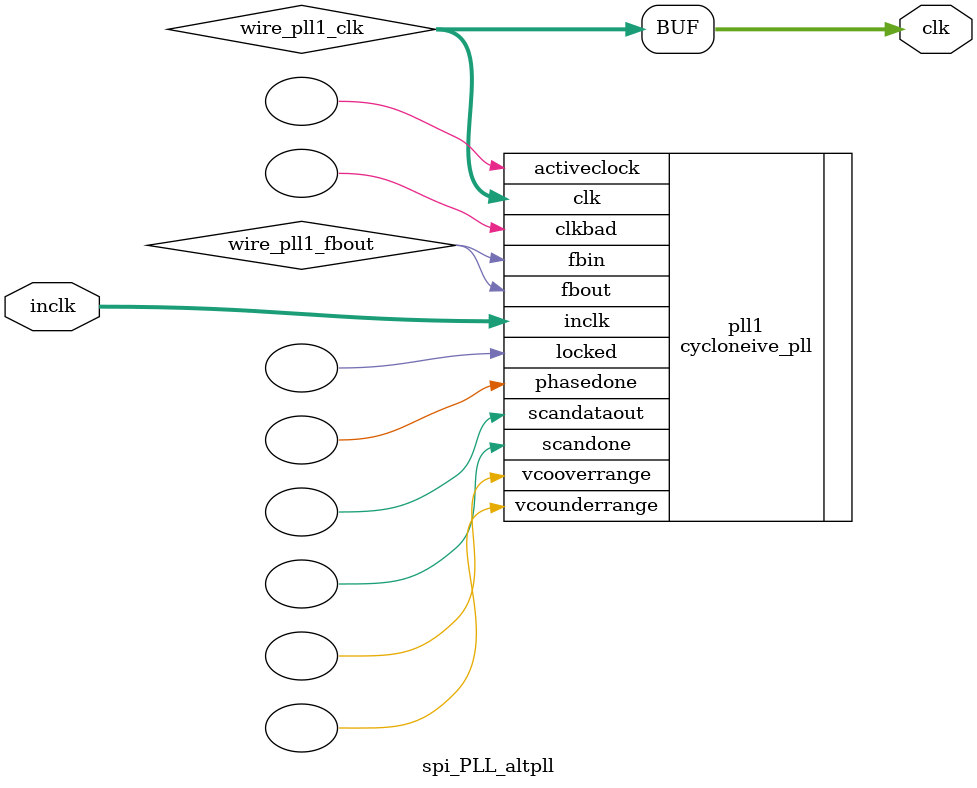
<source format=v>






//synthesis_resources = cycloneive_pll 1 
//synopsys translate_off
`timescale 1 ps / 1 ps
//synopsys translate_on
module  spi_PLL_altpll
	( 
	clk,
	inclk) /* synthesis synthesis_clearbox=1 */;
	output   [4:0]  clk;
	input   [1:0]  inclk;
`ifndef ALTERA_RESERVED_QIS
// synopsys translate_off
`endif
	tri0   [1:0]  inclk;
`ifndef ALTERA_RESERVED_QIS
// synopsys translate_on
`endif

	wire  [4:0]   wire_pll1_clk;
	wire  wire_pll1_fbout;

	cycloneive_pll   pll1
	( 
	.activeclock(),
	.clk(wire_pll1_clk),
	.clkbad(),
	.fbin(wire_pll1_fbout),
	.fbout(wire_pll1_fbout),
	.inclk(inclk),
	.locked(),
	.phasedone(),
	.scandataout(),
	.scandone(),
	.vcooverrange(),
	.vcounderrange()
	`ifndef FORMAL_VERIFICATION
	// synopsys translate_off
	`endif
	,
	.areset(1'b0),
	.clkswitch(1'b0),
	.configupdate(1'b0),
	.pfdena(1'b1),
	.phasecounterselect({3{1'b0}}),
	.phasestep(1'b0),
	.phaseupdown(1'b0),
	.scanclk(1'b0),
	.scanclkena(1'b1),
	.scandata(1'b0)
	`ifndef FORMAL_VERIFICATION
	// synopsys translate_on
	`endif
	);
	defparam
		pll1.bandwidth_type = "auto",
		pll1.clk0_divide_by = 50,
		pll1.clk0_duty_cycle = 50,
		pll1.clk0_multiply_by = 1,
		pll1.clk0_phase_shift = "0",
		pll1.compensate_clock = "clk0",
		pll1.inclk0_input_frequency = 20000,
		pll1.operation_mode = "normal",
		pll1.pll_type = "auto",
		pll1.lpm_type = "cycloneive_pll";
	assign
		clk = {wire_pll1_clk[4:0]};
endmodule //spi_PLL_altpll
//VALID FILE

</source>
